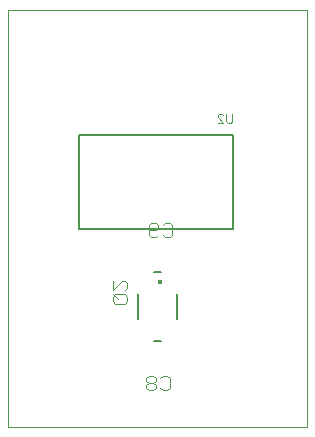
<source format=gbo>
G75*
%MOIN*%
%OFA0B0*%
%FSLAX24Y24*%
%IPPOS*%
%LPD*%
%AMOC8*
5,1,8,0,0,1.08239X$1,22.5*
%
%ADD10C,0.0000*%
%ADD11C,0.0040*%
%ADD12C,0.0080*%
%ADD13C,0.0143*%
%ADD14C,0.0050*%
%ADD15C,0.0030*%
D10*
X000660Y000660D02*
X000660Y014530D01*
X010652Y014530D01*
X010652Y000660D01*
X000660Y000660D01*
D11*
X004257Y004759D02*
X004180Y004836D01*
X004180Y004989D01*
X004257Y005066D01*
X004564Y005066D01*
X004640Y004989D01*
X004640Y004836D01*
X004564Y004759D01*
X004257Y004759D01*
X004333Y004913D02*
X004180Y005066D01*
X004180Y005220D02*
X004487Y005527D01*
X004564Y005527D01*
X004640Y005450D01*
X004640Y005296D01*
X004564Y005220D01*
X004180Y005220D02*
X004180Y005527D01*
X005449Y006980D02*
X005373Y007057D01*
X005373Y007364D01*
X005449Y007440D01*
X005603Y007440D01*
X005680Y007364D01*
X005680Y007287D01*
X005603Y007210D01*
X005373Y007210D01*
X005449Y006980D02*
X005603Y006980D01*
X005680Y007057D01*
X005833Y007057D02*
X005910Y006980D01*
X006063Y006980D01*
X006140Y007057D01*
X006140Y007364D01*
X006063Y007440D01*
X005910Y007440D01*
X005833Y007364D01*
X005831Y002340D02*
X005984Y002340D01*
X006061Y002264D01*
X006061Y001957D01*
X005984Y001880D01*
X005831Y001880D01*
X005754Y001957D01*
X005600Y001957D02*
X005600Y002033D01*
X005524Y002110D01*
X005370Y002110D01*
X005293Y002033D01*
X005293Y001957D01*
X005370Y001880D01*
X005524Y001880D01*
X005600Y001957D01*
X005524Y002110D02*
X005600Y002187D01*
X005600Y002264D01*
X005524Y002340D01*
X005370Y002340D01*
X005293Y002264D01*
X005293Y002187D01*
X005370Y002110D01*
X005754Y002264D02*
X005831Y002340D01*
D12*
X005778Y003518D02*
X005542Y003518D01*
X005010Y004247D02*
X005010Y005073D01*
X005542Y005802D02*
X005778Y005802D01*
X006310Y005073D02*
X006310Y004247D01*
D13*
X005739Y005467D03*
D14*
X008166Y007235D02*
X008166Y010385D01*
X003048Y010385D01*
X003048Y007235D01*
X008166Y007235D01*
D15*
X008102Y010794D02*
X008006Y010794D01*
X007957Y010842D01*
X007957Y011084D01*
X007856Y011035D02*
X007808Y011084D01*
X007711Y011084D01*
X007663Y011035D01*
X007663Y010987D01*
X007856Y010794D01*
X007663Y010794D01*
X008102Y010794D02*
X008151Y010842D01*
X008151Y011084D01*
M02*

</source>
